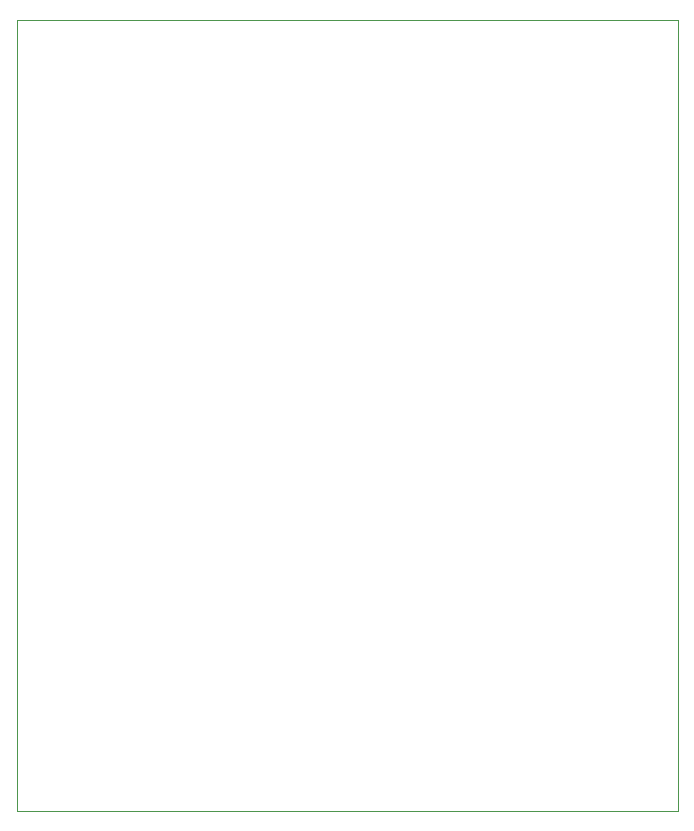
<source format=gko>
G04*
G04 #@! TF.GenerationSoftware,Altium Limited,Altium Designer,23.4.1 (23)*
G04*
G04 Layer_Color=16711935*
%FSLAX44Y44*%
%MOMM*%
G71*
G04*
G04 #@! TF.SameCoordinates,3D8DB9D9-8021-40C2-9F22-367B33DB821F*
G04*
G04*
G04 #@! TF.FilePolarity,Positive*
G04*
G01*
G75*
%ADD19C,0.0100*%
D19*
Y670002D02*
X560000D01*
Y0D02*
Y670002D01*
X0Y0D02*
X560000D01*
X0D02*
Y670002D01*
M02*

</source>
